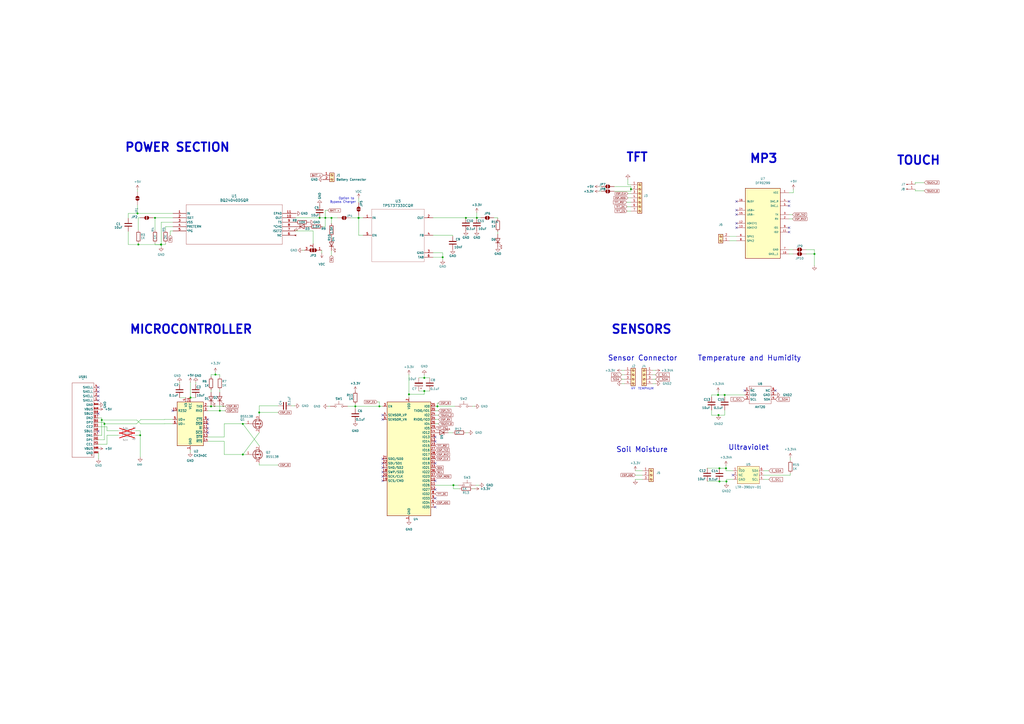
<source format=kicad_sch>
(kicad_sch (version 20250114) (generator "eeschema") (generator_version "9.0")
  (paper "A2")
  (text "Temperature and Humidity" (at 404.622 209.55 0) (effects (font (size 3 3) (thickness 0.375)) (justify left bottom)))
  (text "TOUCH" (at 519.938 96.012 0) (effects (font (size 5 5) (thickness 1) (bold yes)) (justify left bottom)))
  (text "SENSORS" (at 354.33 194.056 0) (effects (font (size 5 5) (thickness 1) (bold yes)) (justify left bottom)))
  (text "UV" (at 367.284 225.298 0) (effects (font (size 1.27 1.27))))
  (text "MICROCONTROLLER" (at 74.93 194.056 0) (effects (font (size 5 5) (thickness 1) (bold yes)) (justify left bottom)))
  (text "MP3" (at 434.594 94.996 0) (effects (font (size 5 5) (thickness 1) (bold yes)) (justify left bottom)))
  (text "TEMPHUM" (at 374.65 225.552 0) (effects (font (size 1.27 1.27))))
  (text "Sensor Connector" (at 352.552 209.55 0) (effects (font (size 3 3) (thickness 0.375)) (justify left bottom)))
  (text "Soil Moisture" (at 357.378 262.636 0) (effects (font (size 3 3) (thickness 0.375)) (justify left bottom)))
  (text "TFT" (at 362.966 94.234 0) (effects (font (size 5 5) (thickness 1) (bold yes)) (justify left bottom)))
  (text "POWER SECTION" (at 72.136 88.5008 0) (effects (font (size 5 5) (thickness 1) (bold yes)) (justify left bottom)))
  (text "Option to \nBypass Charger" (at 206.502 116.205 0) (effects (font (size 1.27 1.27)) (justify right)))
  (text "Ultraviolet" (at 422.402 261.366 0) (effects (font (size 3 3) (thickness 0.375)) (justify left bottom)))
  (junction (at 59.0143 243.6477))
  (junction (at 192.278 126.3982))
  (junction (at 93.472 141.8966))
  (junction (at 256.794 149.225))
  (junction (at 276.606 126.365))
  (junction (at 246.126 219.202))
  (junction (at 263.0179 281.432))
  (junction (at 253.746 235.712))
  (junction (at 416.814 240.792))
  (junction (at 208.026 126.365))
  (junction (at 80.264 141.8408))
  (junction (at 89.916 126.365))
  (junction (at 93.472 141.8345))
  (junction (at 421.132 271.653))
  (junction (at 60.5659 245.8816))
  (junction (at 220.091 235.712))
  (junction (at 185.42 126.365))
  (junction (at 122.428 235.712))
  (junction (at 206.121 235.712))
  (junction (at 140.843 263.652))
  (junction (at 188.722 126.365))
  (junction (at 421.386 279.273))
  (junction (at 417.322 279.273))
  (junction (at 472.44 147.32))
  (junction (at 140.843 245.872))
  (junction (at 79.756 123.825))
  (junction (at 366.014 109.728))
  (junction (at 417.322 271.653))
  (junction (at 208.026 126.3982))
  (junction (at 246.126 226.822))
  (junction (at 93.472 141.8408))
  (junction (at 150.368 239.268))
  (junction (at 270.256 126.365))
  (junction (at 110.49 230.632))
  (junction (at 124.968 217.297))
  (junction (at 416.56 229.108))
  (junction (at 81.3195 252.4746))
  (junction (at 420.37 229.108))
  (junction (at 127.508 238.252))
  (junction (at 237.236 228.727))
  (no_connect (at 120.523 245.872))
  (no_connect (at 252.476 253.492))
  (no_connect (at 221.996 278.892))
  (no_connect (at 457.708 116.84))
  (no_connect (at 221.996 271.272))
  (no_connect (at 457.708 134.62))
  (no_connect (at 425.196 275.59))
  (no_connect (at 427.228 124.46))
  (no_connect (at 252.476 256.032))
  (no_connect (at 252.476 268.732))
  (no_connect (at 221.996 266.192))
  (no_connect (at 432.054 226.568))
  (no_connect (at 252.476 283.972))
  (no_connect (at 252.476 278.892))
  (no_connect (at 252.476 294.132))
  (no_connect (at 427.228 129.54))
  (no_connect (at 120.523 248.412))
  (no_connect (at 221.996 268.732))
  (no_connect (at 57.0394 239.9102))
  (no_connect (at 449.834 226.568))
  (no_connect (at 57.0394 229.7502))
  (no_connect (at 427.228 132.08))
  (no_connect (at 457.708 119.38))
  (no_connect (at 120.523 250.952))
  (no_connect (at 221.996 273.812))
  (no_connect (at 57.0394 250.0702))
  (no_connect (at 57.0394 224.6702))
  (no_connect (at 457.708 132.08))
  (no_connect (at 221.996 240.792))
  (no_connect (at 252.476 289.052))
  (no_connect (at 427.228 116.84))
  (no_connect (at 57.0394 227.2102))
  (no_connect (at 427.228 121.92))
  (no_connect (at 221.996 243.332))
  (no_connect (at 221.996 276.352))
  (no_connect (at 100.203 238.252))
  (no_connect (at 120.523 243.332))
  (no_connect (at 57.0394 232.2902))
  (wire (pts (xy 195.8001 126.3982) (xy 192.278 126.3982)))
  (wire (pts (xy 57.15 266.192) (xy 57.15 262.7702)))
  (wire (pts (xy 425.196 278.13) (xy 421.386 278.13)))
  (wire (pts (xy 458.47 274.574) (xy 458.47 275.59)))
  (wire (pts (xy 460.248 111.76) (xy 457.708 111.76)))
  (wire (pts (xy 410.21 271.526) (xy 417.322 271.526)))
  (wire (pts (xy 188.722 122.047) (xy 188.722 126.365)))
  (wire (pts (xy 110.363 261.112) (xy 110.363 262.382)))
  (wire (pts (xy 276.606 126.365) (xy 278.892 126.365)))
  (wire (pts (xy 252.476 281.432) (xy 263.0179 281.432)))
  (wire (pts (xy 266.6132 283.5183) (xy 263.0179 283.5183)))
  (wire (pts (xy 192.278 126.3982) (xy 192.278 129.667)))
  (wire (pts (xy 421.132 271.653) (xy 421.132 273.05)))
  (wire (pts (xy 208.026 136.525) (xy 208.026 126.3982)))
  (wire (pts (xy 169.037 235.458) (xy 170.942 235.458)))
  (wire (pts (xy 276.606 123.317) (xy 276.606 126.365)))
  (wire (pts (xy 275.336 235.712) (xy 274.066 235.712)))
  (wire (pts (xy 60.5659 244.9902) (xy 57.0394 244.9902)))
  (wire (pts (xy 150.368 235.458) (xy 150.368 239.268)))
  (wire (pts (xy 251.206 136.525) (xy 262.636 136.525)))
  (wire (pts (xy 95.4266 243.3594) (xy 81.6653 243.3594)))
  (wire (pts (xy 96.012 141.097) (xy 96.012 141.8345)))
  (wire (pts (xy 368.554 278.384) (xy 368.554 278.13)))
  (wire (pts (xy 74.422 141.8408) (xy 80.264 141.8408)))
  (wire (pts (xy 62.063 257.6902) (xy 62.063 252.4746)))
  (wire (pts (xy 190.246 235.712) (xy 191.516 235.712)))
  (wire (pts (xy 150.368 250.952) (xy 140.843 263.652)))
  (wire (pts (xy 95.4266 245.872) (xy 95.4266 245.8994)))
  (wire (pts (xy 57.0394 255.1502) (xy 60.5659 255.1502)))
  (wire (pts (xy 220.091 233.172) (xy 220.091 235.712)))
  (wire (pts (xy 96.012 131.445) (xy 96.012 133.477)))
  (wire (pts (xy 256.794 149.225) (xy 256.794 150.749)))
  (wire (pts (xy 360.68 214.884) (xy 362.204 214.884)))
  (wire (pts (xy 356.362 108.204) (xy 366.014 108.204)))
  (wire (pts (xy 252.476 240.792) (xy 254.254 240.792)))
  (wire (pts (xy 417.322 279.146) (xy 417.322 279.273)))
  (wire (pts (xy 420.37 229.108) (xy 420.37 230.251)))
  (wire (pts (xy 171.45 126.365) (xy 185.42 126.365)))
  (wire (pts (xy 104.14 230.632) (xy 107.823 230.632)))
  (wire (pts (xy 218.821 233.172) (xy 220.091 233.172)))
  (wire (pts (xy 120.523 253.492) (xy 130.048 253.492)))
  (wire (pts (xy 81.3195 252.4746) (xy 81.3195 265.1746)) (stroke (width 0.1524)))
  (wire (pts (xy 95.4266 243.332) (xy 95.4266 243.3594)))
  (wire (pts (xy 467.614 144.78) (xy 472.44 144.78)))
  (wire (pts (xy 93.472 141.8966) (xy 93.472 143.129)))
  (wire (pts (xy 421.386 278.13) (xy 421.386 279.273)))
  (wire (pts (xy 208.026 126.365) (xy 210.566 126.365)))
  (wire (pts (xy 364.236 114.808) (xy 366.014 114.808)))
  (wire (pts (xy 113.538 230.632) (xy 110.49 230.632)))
  (wire (pts (xy 368.554 275.59) (xy 372.618 275.59)))
  (wire (pts (xy 368.554 273.05) (xy 372.618 273.05)))
  (wire (pts (xy 242.951 219.202) (xy 246.126 219.202)))
  (wire (pts (xy 472.44 147.32) (xy 472.44 154.178)))
  (wire (pts (xy 380.238 219.964) (xy 378.714 219.964)))
  (wire (pts (xy 263.0179 281.432) (xy 265.8689 281.432)))
  (wire (pts (xy 59.0175 243.6445) (xy 59.0143 243.6477)))
  (wire (pts (xy 252.476 245.872) (xy 254.254 245.872)))
  (wire (pts (xy 380.238 222.504) (xy 378.714 222.504)))
  (wire (pts (xy 246.126 228.727) (xy 237.236 228.727)))
  (wire (pts (xy 80.264 141.097) (xy 80.264 141.8408)))
  (wire (pts (xy 423.164 137.16) (xy 427.228 137.16)))
  (wire (pts (xy 186.69 145.161) (xy 186.69 146.939)))
  (wire (pts (xy 150.368 258.572) (xy 140.843 245.872)))
  (wire (pts (xy 530.86 110.744) (xy 530.86 109.728)))
  (wire (pts (xy 276.0289 281.432) (xy 277.9457 281.432)))
  (wire (pts (xy 246.126 217.297) (xy 246.126 219.202)))
  (wire (pts (xy 192.278 126.365) (xy 192.278 126.3982)))
  (wire (pts (xy 81.6653 243.3594) (xy 79.1314 245.8933)))
  (wire (pts (xy 60.5776 245.8933) (xy 60.5659 245.8816)))
  (wire (pts (xy 62.063 247.5302) (xy 62.063 249.9346)))
  (wire (pts (xy 122.428 226.187) (xy 122.428 227.457)))
  (wire (pts (xy 366.014 109.728) (xy 366.014 110.998)))
  (wire (pts (xy 432.054 229.108) (xy 420.37 229.108)))
  (wire (pts (xy 364.236 112.268) (xy 366.014 112.268)))
  (wire (pts (xy 98.806 133.985) (xy 100.33 133.985)))
  (wire (pts (xy 457.708 144.78) (xy 459.994 144.78)))
  (wire (pts (xy 208.026 126.3982) (xy 208.026 126.365)))
  (wire (pts (xy 120.523 238.252) (xy 127.508 238.252)))
  (wire (pts (xy 206.121 234.442) (xy 206.121 235.712)))
  (wire (pts (xy 93.472 128.905) (xy 93.472 141.8345)))
  (wire (pts (xy 62.063 252.4746) (xy 68.6195 252.4746)))
  (wire (pts (xy 89.916 126.365) (xy 89.916 133.477)))
  (wire (pts (xy 140.843 263.652) (xy 142.748 263.652)))
  (wire (pts (xy 98.806 136.525) (xy 98.806 133.985)))
  (wire (pts (xy 417.322 271.653) (xy 421.132 271.653)))
  (wire (pts (xy 130.048 263.652) (xy 140.843 263.652)))
  (wire (pts (xy 360.68 222.504) (xy 362.204 222.504)))
  (wire (pts (xy 127.508 226.187) (xy 127.508 227.457)))
  (wire (pts (xy 530.86 105.918) (xy 530.86 106.934)))
  (wire (pts (xy 251.206 146.685) (xy 256.794 146.685)))
  (wire (pts (xy 417.322 271.526) (xy 417.322 271.653)))
  (wire (pts (xy 78.7795 249.9346) (xy 81.3195 249.9346)) (stroke (width 0.1524)))
  (wire (pts (xy 206.121 235.712) (xy 220.091 235.712)))
  (wire (pts (xy 254.381 233.807) (xy 253.746 233.807)))
  (wire (pts (xy 150.368 269.748) (xy 161.417 269.748)))
  (wire (pts (xy 237.236 217.297) (xy 237.236 228.727)))
  (wire (pts (xy 81.6044 245.8994) (xy 79.3495 243.6445)))
  (wire (pts (xy 192.278 145.415) (xy 192.278 148.209)))
  (wire (pts (xy 286.512 126.365) (xy 288.798 126.365)))
  (wire (pts (xy 59.0143 242.4502) (xy 57.0394 242.4502)))
  (wire (pts (xy 380.238 217.424) (xy 378.714 217.424)))
  (wire (pts (xy 242.951 226.822) (xy 246.126 226.822)))
  (wire (pts (xy 206.121 235.712) (xy 206.121 236.982)))
  (wire (pts (xy 150.368 239.268) (xy 161.417 239.268)))
  (wire (pts (xy 446.024 278.13) (xy 442.976 278.13)))
  (wire (pts (xy 446.024 273.05) (xy 442.976 273.05)))
  (wire (pts (xy 253.746 235.712) (xy 252.476 235.712)))
  (wire (pts (xy 237.236 228.727) (xy 237.236 230.632)))
  (wire (pts (xy 122.428 218.567) (xy 122.428 217.297)))
  (wire (pts (xy 420.37 229.108) (xy 416.56 229.108)))
  (wire (pts (xy 188.722 126.365) (xy 192.278 126.365)))
  (wire (pts (xy 181.61 133.985) (xy 171.45 133.985)))
  (wire (pts (xy 457.708 147.32) (xy 459.994 147.32)))
  (wire (pts (xy 57.0394 257.6902) (xy 62.063 257.6902)))
  (wire (pts (xy 95.4266 245.8994) (xy 81.6044 245.8994)))
  (wire (pts (xy 130.048 245.872) (xy 140.843 245.872)))
  (wire (pts (xy 104.14 221.742) (xy 104.14 223.012)))
  (wire (pts (xy 288.798 126.365) (xy 288.798 126.873)))
  (wire (pts (xy 246.126 226.822) (xy 246.126 228.727)))
  (wire (pts (xy 81.3195 249.9346) (xy 81.3195 252.4746)) (stroke (width 0.1524)))
  (wire (pts (xy 457.708 124.46) (xy 459.74 124.46)))
  (wire (pts (xy 363.728 119.888) (xy 366.014 119.888)))
  (wire (pts (xy 262.636 136.525) (xy 262.636 137.033)))
  (wire (pts (xy 347.726 108.204) (xy 348.742 108.204)))
  (wire (pts (xy 380.238 214.884) (xy 378.714 214.884)))
  (wire (pts (xy 127.508 235.077) (xy 127.508 238.252)))
  (wire (pts (xy 89.916 141.8966) (xy 93.472 141.8966)))
  (wire (pts (xy 251.206 149.225) (xy 256.794 149.225)))
  (wire (pts (xy 363.474 117.348) (xy 366.014 117.348)))
  (wire (pts (xy 208.026 126.3982) (xy 203.4201 126.3982)))
  (wire (pts (xy 79.756 123.825) (xy 100.33 123.825)))
  (wire (pts (xy 150.368 239.268) (xy 150.368 240.792)))
  (wire (pts (xy 364.236 103.886) (xy 364.236 107.188)))
  (wire (pts (xy 57.0394 252.6102) (xy 59.0143 252.6102)))
  (wire (pts (xy 100.33 128.905) (xy 93.472 128.905)))
  (wire (pts (xy 122.428 235.077) (xy 122.428 235.712)))
  (wire (pts (xy 256.794 146.685) (xy 256.794 149.225)))
  (wire (pts (xy 270.256 126.365) (xy 276.606 126.365)))
  (wire (pts (xy 210.566 136.525) (xy 208.026 136.525)))
  (wire (pts (xy 190.246 122.047) (xy 188.722 122.047)))
  (wire (pts (xy 416.56 229.108) (xy 412.75 229.108)))
  (wire (pts (xy 74.422 123.825) (xy 79.756 123.825)))
  (wire (pts (xy 100.203 245.872) (xy 95.4266 245.872)))
  (wire (pts (xy 122.428 217.297) (xy 124.968 217.297)))
  (wire (pts (xy 93.472 141.8345) (xy 96.012 141.8345)))
  (wire (pts (xy 74.422 126.619) (xy 74.422 123.825)))
  (wire (pts (xy 100.33 126.365) (xy 89.916 126.365)))
  (wire (pts (xy 175.514 145.161) (xy 176.53 145.161)))
  (wire (pts (xy 467.614 147.32) (xy 472.44 147.32)))
  (wire (pts (xy 536.194 110.744) (xy 530.86 110.744)))
  (wire (pts (xy 79.1314 245.8933) (xy 60.5776 245.8933)))
  (wire (pts (xy 188.722 131.445) (xy 188.722 126.365)))
  (wire (pts (xy 60.5659 245.8816) (xy 60.5659 244.9902)))
  (wire (pts (xy 423.164 139.7) (xy 427.228 139.7)))
  (wire (pts (xy 110.49 230.632) (xy 110.363 230.632)))
  (wire (pts (xy 181.61 141.351) (xy 181.61 133.985)))
  (wire (pts (xy 260.096 250.952) (xy 262.636 250.952)))
  (wire (pts (xy 59.0143 243.6477) (xy 59.0143 252.6102)))
  (wire (pts (xy 122.428 235.712) (xy 130.683 235.712)))
  (wire (pts (xy 120.523 256.032) (xy 130.048 256.032)))
  (wire (pts (xy 130.048 256.032) (xy 130.048 263.652)))
  (wire (pts (xy 368.554 278.13) (xy 372.618 278.13)))
  (wire (pts (xy 93.472 141.8345) (xy 93.472 141.8408)))
  (wire (pts (xy 246.126 226.822) (xy 249.301 226.822)))
  (wire (pts (xy 187.198 131.445) (xy 188.722 131.445)))
  (wire (pts (xy 100.203 243.332) (xy 95.4266 243.332)))
  (wire (pts (xy 57.15 262.7702) (xy 57.0394 262.7702)))
  (wire (pts (xy 124.968 216.027) (xy 124.968 217.297)))
  (wire (pts (xy 364.236 107.188) (xy 366.014 107.188)))
  (wire (pts (xy 347.726 110.998) (xy 348.742 110.998)))
  (wire (pts (xy 79.756 118.872) (xy 79.756 123.825)))
  (wire (pts (xy 80.264 126.365) (xy 81.28 126.365)))
  (wire (pts (xy 246.126 219.202) (xy 249.301 219.202)))
  (wire (pts (xy 460.248 109.728) (xy 460.248 111.76)))
  (wire (pts (xy 253.746 233.807) (xy 253.746 235.712)))
  (wire (pts (xy 127.508 238.252) (xy 130.683 238.252)))
  (wire (pts (xy 536.194 105.918) (xy 530.86 105.918)))
  (wire (pts (xy 252.476 243.332) (xy 254.381 243.332)))
  (wire (pts (xy 100.33 131.445) (xy 96.012 131.445)))
  (wire (pts (xy 410.21 279.146) (xy 417.322 279.146)))
  (wire (pts (xy 360.68 217.424) (xy 362.204 217.424)))
  (wire (pts (xy 458.47 265.43) (xy 458.47 266.954)))
  (wire (pts (xy 412.75 240.792) (xy 416.814 240.792)))
  (wire (pts (xy 412.75 229.108) (xy 412.75 230.251)))
  (wire (pts (xy 208.026 114.935) (xy 208.026 117.475)))
  (wire (pts (xy 150.368 269.748) (xy 150.368 268.732)))
  (wire (pts (xy 274.2332 283.5183) (xy 275.2492 283.5183)))
  (wire (pts (xy 472.44 144.78) (xy 472.44 147.32)))
  (wire (pts (xy 220.091 235.712) (xy 221.996 235.712)))
  (wire (pts (xy 80.264 133.477) (xy 80.264 126.365)))
  (wire (pts (xy 93.472 141.8408) (xy 93.472 141.8966)))
  (wire (pts (xy 79.756 109.982) (xy 79.756 111.252)))
  (wire (pts (xy 263.0179 283.5183) (xy 263.0179 281.432)))
  (wire (pts (xy 161.417 235.458) (xy 150.368 235.458)))
  (wire (pts (xy 417.322 279.273) (xy 421.386 279.273)))
  (wire (pts (xy 192.278 137.795) (xy 192.278 137.287)))
  (wire (pts (xy 59.0143 242.4502) (xy 59.0143 243.6477)))
  (wire (pts (xy 179.07 131.445) (xy 179.578 131.445)))
  (wire (pts (xy 89.916 141.097) (xy 89.916 141.8966)))
  (wire (pts (xy 420.37 237.871) (xy 420.37 240.792)))
  (wire (pts (xy 420.37 240.792) (xy 416.814 240.792)))
  (wire (pts (xy 62.063 249.9346) (xy 68.6195 249.9346)))
  (wire (pts (xy 412.75 237.871) (xy 412.75 240.792)))
  (wire (pts (xy 79.3495 243.6445) (xy 59.0175 243.6445)))
  (wire (pts (xy 110.49 221.742) (xy 110.49 230.632)))
  (wire (pts (xy 113.538 223.012) (xy 113.538 221.742)))
  (wire (pts (xy 251.206 126.365) (xy 270.256 126.365)))
  (wire (pts (xy 356.362 110.998) (xy 366.014 110.998)))
  (wire (pts (xy 421.132 270.129) (xy 421.132 271.653)))
  (wire (pts (xy 201.676 235.712) (xy 206.121 235.712)))
  (wire (pts (xy 270.256 250.952) (xy 271.526 250.952)))
  (wire (pts (xy 80.264 141.8408) (xy 93.472 141.8408)))
  (wire (pts (xy 130.048 245.872) (xy 130.048 253.492)))
  (wire (pts (xy 120.523 235.712) (xy 122.428 235.712)))
  (wire (pts (xy 124.968 217.297) (xy 127.508 217.297)))
  (wire (pts (xy 252.476 238.252) (xy 254.381 238.252)))
  (wire (pts (xy 457.708 127) (xy 459.74 127)))
  (wire (pts (xy 288.798 134.493) (xy 288.798 135.763)))
  (wire (pts (xy 360.68 219.964) (xy 362.204 219.964)))
  (wire (pts (xy 57.0394 247.5302) (xy 62.063 247.5302)))
  (wire (pts (xy 421.386 279.273) (xy 421.386 280.289)))
  (wire (pts (xy 458.47 275.59) (xy 442.976 275.59)))
  (wire (pts (xy 60.5659 245.8816) (xy 60.5659 255.1502)))
  (wire (pts (xy 140.843 245.872) (xy 142.748 245.872)))
  (wire (pts (xy 127.508 217.297) (xy 127.508 218.567)))
  (wire (pts (xy 78.7795 252.4746) (xy 81.3195 252.4746)) (stroke (width 0.1524)))
  (wire (pts (xy 88.9 126.365) (xy 89.916 126.365)))
  (wire (pts (xy 263.906 235.712) (xy 253.746 235.712)))
  (wire (pts (xy 74.422 134.239) (xy 74.422 141.8408)))
  (wire (pts (xy 416.56 227.457) (xy 416.56 229.108)))
  (wire (pts (xy 366.014 108.204) (xy 366.014 109.728)))
  (wire (pts (xy 208.026 125.095) (xy 208.026 126.365)))
  (wire (pts (xy 363.728 122.428) (xy 366.014 122.428)))
  (wire (pts (xy 185.42 126.365) (xy 188.722 126.365)))
  (wire (pts (xy 425.196 273.05) (xy 421.132 273.05)))
  (global_label "ESP_RX2" (shape input) (at 459.74 127 0) (effects (font (size 1 1))) (property "Intersheetrefs" "${INTERSHEET_REFS}" (effects (hide yes))))
  (global_label "E_SDA" (shape input) (at 380.238 219.964 0) (property "Intersheetrefs" "${INTERSHEET_REFS}" (effects (hide yes))))
  (global_label "ESP_CLK" (shape input) (at 252.476 266.192 0) (effects (font (size 1 1))) (property "Intersheetrefs" "${INTERSHEET_REFS}" (effects (hide yes))))
  (global_label "SDA" (shape input) (at 360.68 219.964 180) (property "Intersheetrefs" "${INTERSHEET_REFS}" (effects (hide yes))))
  (global_label "ESP_CLK" (shape input) (at 364.236 112.268 180) (effects (font (size 0.9 0.9))) (property "Intersheetrefs" "${INTERSHEET_REFS}" (effects (hide yes))))
  (global_label "TFT_DC" (shape input) (at 363.728 119.888 180) (effects (font (size 1 1))) (property "Intersheetrefs" "${INTERSHEET_REFS}" (effects (hide yes))))
  (global_label "TOUCH_0" (shape input) (at 254.254 245.872 0) (effects (font (size 1 1))) (property "Intersheetrefs" "${INTERSHEET_REFS}" (effects (hide yes))))
  (global_label "E_SDA" (shape input) (at 446.024 273.05 0) (property "Intersheetrefs" "${INTERSHEET_REFS}" (effects (hide yes))))
  (global_label "ESP_RX" (shape input) (at 130.683 235.712 0) (effects (font (size 1 1))) (property "Intersheetrefs" "${INTERSHEET_REFS}" (effects (hide yes))))
  (global_label "E_SCL" (shape input) (at 432.054 231.648 180) (property "Intersheetrefs" "${INTERSHEET_REFS}" (effects (hide yes))))
  (global_label "SDA" (shape input) (at 252.476 271.272 0) (effects (font (size 1 1))) (property "Intersheetrefs" "${INTERSHEET_REFS}" (effects (hide yes))))
  (global_label "TOUCH_0" (shape input) (at 536.194 110.744 0) (effects (font (size 1 1))) (property "Intersheetrefs" "${INTERSHEET_REFS}" (effects (hide yes))))
  (global_label "ESP_MOSI" (shape input) (at 252.476 276.352 0) (effects (font (size 1 1))) (property "Intersheetrefs" "${INTERSHEET_REFS}" (effects (hide yes))))
  (global_label "ESP_EN" (shape input) (at 161.417 239.268 0) (effects (font (size 1 1))) (property "Intersheetrefs" "${INTERSHEET_REFS}" (effects (hide yes))))
  (global_label "TFT_CS" (shape input) (at 252.476 248.412 0) (effects (font (size 1 1))) (property "Intersheetrefs" "${INTERSHEET_REFS}" (effects (hide yes))))
  (global_label "TOUCH_2" (shape input) (at 254.254 240.792 0) (effects (font (size 1 1))) (property "Intersheetrefs" "${INTERSHEET_REFS}" (effects (hide yes))))
  (global_label "ESP_RX2" (shape input) (at 252.476 263.652 0) (effects (font (size 1 1))) (property "Intersheetrefs" "${INTERSHEET_REFS}" (effects (hide yes))))
  (global_label "PG" (shape input) (at 192.278 148.209 270) (effects (font (size 1 1))) (property "Intersheetrefs" "${INTERSHEET_REFS}" (effects (hide yes))))
  (global_label "TFT_RST" (shape input) (at 363.474 117.348 180) (effects (font (size 1 1))) (property "Intersheetrefs" "${INTERSHEET_REFS}" (effects (hide yes))))
  (global_label "E_SCL" (shape input) (at 380.238 217.424 0) (property "Intersheetrefs" "${INTERSHEET_REFS}" (effects (hide yes))))
  (global_label "ESP_ADC" (shape input) (at 368.554 275.59 180) (effects (font (size 1 1))) (property "Intersheetrefs" "${INTERSHEET_REFS}" (effects (hide yes))))
  (global_label "ESP_RX" (shape input) (at 254.381 243.332 0) (effects (font (size 1 1))) (property "Intersheetrefs" "${INTERSHEET_REFS}" (effects (hide yes))))
  (global_label "ESP_TX" (shape input) (at 254.381 238.252 0) (effects (font (size 1 1))) (property "Intersheetrefs" "${INTERSHEET_REFS}" (effects (hide yes))))
  (global_label "SCL" (shape input) (at 360.68 217.424 180) (property "Intersheetrefs" "${INTERSHEET_REFS}" (effects (hide yes))))
  (global_label "PG" (shape input) (at 98.806 136.525 270) (effects (font (size 1 1))) (property "Intersheetrefs" "${INTERSHEET_REFS}" (effects (hide yes))))
  (global_label "ESP_TX" (shape input) (at 130.683 238.252 0) (effects (font (size 1 1))) (property "Intersheetrefs" "${INTERSHEET_REFS}" (effects (hide yes))))
  (global_label "ESP_MOSI" (shape input) (at 364.236 114.808 180) (effects (font (size 0.9 0.9))) (property "Intersheetrefs" "${INTERSHEET_REFS}" (effects (hide yes))))
  (global_label "BATT +" (shape input) (at 190.246 122.047 0) (effects (font (size 1 1))) (property "Intersheetrefs" "${INTERSHEET_REFS}" (effects (hide yes))))
  (global_label "ESP_I0" (shape input) (at 161.417 269.748 0) (effects (font (size 1 1))) (property "Intersheetrefs" "${INTERSHEET_REFS}" (effects (hide yes))))
  (global_label "E_SDA" (shape input) (at 449.834 231.648 0) (property "Intersheetrefs" "${INTERSHEET_REFS}" (effects (hide yes))))
  (global_label "E_SCL" (shape input) (at 446.024 278.13 0) (property "Intersheetrefs" "${INTERSHEET_REFS}" (effects (hide yes))))
  (global_label "ESP_EN" (shape input) (at 218.821 233.172 180) (effects (font (size 1 1))) (property "Intersheetrefs" "${INTERSHEET_REFS}" (effects (hide yes))))
  (global_label "ESP_TX2" (shape input) (at 459.74 124.46 0) (effects (font (size 1 1))) (property "Intersheetrefs" "${INTERSHEET_REFS}" (effects (hide yes))))
  (global_label "ESP_I0" (shape input) (at 254.381 233.807 0) (effects (font (size 1 1))) (property "Intersheetrefs" "${INTERSHEET_REFS}" (effects (hide yes))))
  (global_label "SCL" (shape input) (at 252.476 273.812 0) (effects (font (size 1 1))) (property "Intersheetrefs" "${INTERSHEET_REFS}" (effects (hide yes))))
  (global_label "TOUCH_2" (shape input) (at 536.194 105.918 0) (effects (font (size 1 1))) (property "Intersheetrefs" "${INTERSHEET_REFS}" (effects (hide yes))))
  (global_label "TFT_DC" (shape input) (at 252.476 286.512 0) (effects (font (size 1 1))) (property "Intersheetrefs" "${INTERSHEET_REFS}" (effects (hide yes))))
  (global_label "TFT_CS" (shape input) (at 363.728 122.428 180) (effects (font (size 1 1))) (property "Intersheetrefs" "${INTERSHEET_REFS}" (effects (hide yes))))
  (global_label "BATT +" (shape input) (at 187.452 101.6 180) (effects (font (size 1 1))) (property "Intersheetrefs" "${INTERSHEET_REFS}" (effects (hide yes))))
  (global_label "ESP_ADC" (shape input) (at 252.476 291.592 0) (effects (font (size 1 1))) (property "Intersheetrefs" "${INTERSHEET_REFS}" (effects (hide yes))))
  (global_label "ESP_TX2" (shape input) (at 252.476 261.112 0) (effects (font (size 1 1))) (property "Intersheetrefs" "${INTERSHEET_REFS}" (effects (hide yes))))
  (global_label "TFT_RST" (shape input) (at 252.476 258.572 0) (effects (font (size 1 1))) (property "Intersheetrefs" "${INTERSHEET_REFS}" (effects (hide yes))))
  (symbol (lib_id "Device:R") (at 89.916 137.287 0) (unit 1)
    (property "Reference" "R4" (at 88.646 134.493 90) (effects (justify left)))
    (property "Value" "1K" (at 89.916 138.811 90) (effects (justify left)))
    (property "Footprint" "Resistor_SMD:R_0603_1608Metric_Pad0.98x0.95mm_HandSolder" (effects (hide yes)))
    (property "Description" "Resistor" (effects (hide yes)))
    (property "LCSC" "C21190" (effects (hide yes)))
  )
  (symbol (lib_id "Device:C") (at 270.256 130.175 180) (unit 1)
    (property "Reference" "C10" (at 274.574 128.143 0) (effects (justify left)))
    (property "Value" "0.1uF" (at 275.971 132.715 0) (effects (justify left)))
    (property "Footprint" "Capacitor_SMD:C_0805_2012Metric_Pad1.18x1.45mm_HandSolder" (effects (hide yes)))
    (property "LCSC" "C49678" (effects (hide yes)))
  )
  (symbol (lib_id "Project_Symbols:AHT20_C2757850") (at 440.944 229.108 0) (unit 1)
    (property "Reference" "U6" (at 440.944 222.631 0))
    (property "Value" "AHT20" (at 440.944 236.093 0))
    (property "Footprint" "tanimoji:SENSOR-SMD_L3.0-W3.0-P1.00-BR" (effects (hide yes)))
    (property "Datasheet" "https://item.szlcsc.com/datasheet/AHT20/2874650.html" (effects (hide yes)))
    (property "Manufacturer Part" "AHT20" (effects (hide yes)))
    (property "Manufacturer" "广州奥松" (effects (hide yes)))
    (property "Supplier Part" "C2757850" (effects (hide yes)))
    (property "Supplier" "LCSC" (effects (hide yes)))
    (property "LCSC Part Name" "AHT20" (effects (hide yes)))
    (property "LCSC" "C2757850" (effects (hide yes)))
  )
  (symbol (lib_id "power:GND") (at 271.526 250.952 90) (unit 1)
    (property "Reference" "#PWR029" (effects (hide yes)))
    (property "Value" "GND" (at 275.59 250.9519 90) (effects (justify right)))
    (property "Description" "Power symbol creates a global label with name \"GND\" , ground" (effects (hide yes)))
  )
  (symbol (lib_id "power:+3.3VA") (at 421.132 270.129 0) (unit 1)
    (property "Reference" "#PWR047" (effects (hide yes)))
    (property "Value" "+3.3VA" (at 421.132 265.303 0))
    (property "Description" "Power symbol creates a global label with name \"+3.3VA\"" (effects (hide yes)))
  )
  (symbol (lib_id "power:GND") (at 360.68 222.504 270) (unit 1)
    (property "Reference" "#PWR039" (effects (hide yes)))
    (property "Value" "GND" (effects (hide yes)))
    (property "Description" "Power symbol creates a global label with name \"GND\" , ground" (effects (hide yes)))
  )
  (symbol (lib_id "Jumper:SolderJumper_2_Open") (at 282.702 126.365 0) (unit 1)
    (property "Reference" "JP6" (at 282.702 123.825 0))
    (property "Value" "SolderJumper_2_Open" (effects (hide yes)))
    (property "Footprint" "Jumper:SolderJumper-2_P1.3mm_Open_RoundedPad1.0x1.5mm" (effects (hide yes)))
    (property "Description" "Solder Jumper, 2-pole, open" (effects (hide yes)))
  )
  (symbol (lib_name "+5V_1") (lib_id "power:+5V") (at 460.248 109.728 0) (unit 1)
    (property "Reference" "#PWR051" (effects (hide yes)))
    (property "Value" "+5V" (at 460.248 105.156 0))
    (property "Description" "Power symbol creates a global label with name \"+5V\"" (effects (hide yes)))
  )
  (symbol (lib_id "power:VDC") (at 208.026 114.935 0) (unit 1)
    (property "Reference" "#PWR022" (effects (hide yes)))
    (property "Value" "VDC" (at 208.026 111.125 0))
    (property "Description" "Power symbol creates a global label with name \"VDC\"" (effects (hide yes)))
  )
  (symbol (lib_id "tanimoji:LTR-390UV-01") (at 434.086 275.59 0) (unit 1)
    (property "Reference" "U5" (at 434.086 269.367 0))
    (property "Value" "LTR-390UV-01" (at 434.086 282.575 0))
    (property "Footprint" "tanimoji:SENSOR-SMD_LTR-390UV-01" (effects (hide yes)))
    (property "Datasheet" "https://lcsc.com/product-detail/Ambient-Light-Sensors_Lite-On-LTR-390UV-01_C492374.html" (effects (hide yes)))
    (property "LCSC Part" "C492374" (effects (hide yes)))
    (property "LCSC" "C492374" (effects (hide yes)))
  )
  (symbol (lib_id "power:GND") (at 175.514 145.161 270) (unit 1)
    (property "Reference" "#PWR014" (effects (hide yes)))
    (property "Value" "GND" (at 172.466 145.161 90) (effects (justify right)))
    (property "Description" "Power symbol creates a global label with name \"GND\" , ground" (effects (hide yes)))
  )
  (symbol (lib_id "Switch:SW_Push") (at 268.986 235.712 0) (unit 1)
    (property "Reference" "SW2" (at 268.986 231.267 0))
    (property "Value" "SW_Push" (effects (hide yes)))
    (property "Footprint" "Button_Switch_SMD:SW_Tactile_SPST_NO_Straight_CK_PTS636Sx25SMTRLFS" (effects (hide yes)))
    (property "LCSC" "C2689642" (effects (hide yes)))
  )
  (symbol (lib_id "Device:C") (at 113.538 226.822 180) (unit 1)
    (property "Reference" "C3" (at 116.586 224.536 0) (effects (justify left)))
    (property "Value" "10uF" (at 118.872 229.362 0) (effects (justify left)))
    (property "Footprint" "Capacitor_SMD:C_0805_2012Metric_Pad1.18x1.45mm_HandSolder" (effects (hide yes)))
    (property "LCSC" "C15850" (effects (hide yes)))
  )
  (symbol (lib_id "Device:C") (at 185.42 122.555 0) (unit 1)
    (property "Reference" "C5" (at 182.372 120.523 0) (effects (justify left)))
    (property "Value" "10uF" (at 180.34 124.841 0) (effects (justify left)))
    (property "Footprint" "Capacitor_SMD:C_0805_2012Metric_Pad1.18x1.45mm_HandSolder" (effects (hide yes)))
    (property "Description" "Unpolarized capacitor" (effects (hide yes)))
    (property "LCSC" "C15850" (effects (hide yes)))
  )
  (symbol (lib_id "Device:R") (at 175.26 128.905 90) (unit 1)
    (property "Reference" "R8" (at 170.942 127.889 90))
    (property "Value" "10K" (at 175.26 128.905 90))
    (property "Footprint" "Resistor_SMD:R_0603_1608Metric_Pad0.98x0.95mm_HandSolder" (effects (hide yes)))
    (property "Description" "Resistor" (effects (hide yes)))
    (property "LCSC" "C25804" (effects (hide yes)))
  )
  (symbol (lib_id "Switch:SW_Push") (at 270.9489 281.432 0) (unit 1)
    (property "Reference" "SW3" (at 270.9489 276.987 0))
    (property "Value" "SW_Push" (effects (hide yes)))
    (property "Footprint" "Button_Switch_THT:SW_PUSH_6mm_H9.5mm" (effects (hide yes)))
    (property "LCSC" "C2689642" (effects (hide yes)))
  )
  (symbol (lib_id "power:GND") (at 206.121 244.602 0) (unit 1)
    (property "Reference" "#PWR021" (effects (hide yes)))
    (property "Value" "GND" (at 206.121 249.936 0))
    (property "Description" "Power symbol creates a global label with name \"GND\" , ground" (effects (hide yes)))
  )
  (symbol (lib_id "2024-09-10_13-19-56:BQ24040DSQR") (at 100.33 123.825 0) (unit 1)
    (property "Reference" "U1" (at 135.89 113.665 0) (effects (font (size 1.524 1.524))))
    (property "Value" "BQ24040DSQR" (at 135.89 116.205 0) (effects (font (size 1.524 1.524))))
    (property "Footprint" "tanimoji:WSON-10_L2.0-W2.0-P0.40-BL-EP" (effects (hide yes)))
    (property "Datasheet" "BQ24040DSQR" (effects (hide yes)))
    (property "LCSC" "C81080" (effects (hide yes)))
  )
  (symbol (lib_id "Device:C") (at 104.14 226.822 180) (unit 1)
    (property "Reference" "C2" (at 103.632 223.266 0) (effects (justify left)))
    (property "Value" "0.1uF" (at 103.505 229.362 0) (effects (justify left)))
    (property "Footprint" "Capacitor_SMD:C_0805_2012Metric_Pad1.18x1.45mm_HandSolder" (effects (hide yes)))
    (property "LCSC" "C49678" (effects (hide yes)))
  )
  (symbol (lib_id "power:GND") (at 237.236 301.752 0) (unit 1)
    (property "Reference" "#PWR024" (effects (hide yes)))
    (property "Value" "GND" (at 237.236 307.086 0))
    (property "Description" "Power symbol creates a global label with name \"GND\" , ground" (effects (hide yes)))
  )
  (symbol (lib_id "Connector:Screw_Terminal_01x02") (at 418.084 139.7 180) (unit 1)
    (property "Reference" "J6" (at 418.084 130.302 0))
    (property "Value" "Screw_Terminal_01x02" (effects (hide yes)))
    (property "Footprint" "Connector_JST:JST_XH_B2B-XH-AM_1x02_P2.50mm_Vertical" (effects (hide yes)))
    (property "Description" "Generic screw terminal, single row, 01x02, script generated (kicad-library-utils/schlib/autogen/connector/)" (effects (hide yes)))
  )
  (symbol (lib_id "Jumper:SolderJumper_3_Open") (at 181.61 145.161 180) (unit 1)
    (property "Reference" "JP3" (at 181.61 148.209 0))
    (property "Value" "SolderJumper_3_Open" (effects (hide yes)))
    (property "Footprint" "Jumper:SolderJumper-3_P1.3mm_Open_RoundedPad1.0x1.5mm" (effects (hide yes)))
    (property "Description" "Solder Jumper, 3-pole, open" (effects (hide yes)))
  )
  (symbol (lib_id "picoclick_c3_v1.1-eagle-import:R0402") (at 73.6995 252.4746 0) (unit 1) (dnp yes)
    (property "Reference" "R2" (at 76.722 255.2394 0) (effects (font (size 0.9 0.9)) (justify left bottom)))
    (property "Value" "5.1k" (at 71.238 255.679 0) (effects (font (size 0.9 0.9)) (justify left bottom)))
    (property "Footprint" "Resistor_SMD:R_0603_1608Metric_Pad0.98x0.95mm_HandSolder" (effects (hide yes)))
    (property "LCSC" "C103079" (effects (hide yes)))
  )
  (symbol (lib_id "Device:LED") (at 127.508 231.267 90) (unit 1)
    (property "Reference" "D2" (at 123.698 230.632 90) (effects (justify right)))
    (property "Value" "LED" (effects (hide yes)))
    (property "Footprint" "LED_SMD:LED_0805_2012Metric_Pad1.15x1.40mm_HandSolder" (effects (hide yes)))
    (property "LCSC" "C2297" (effects (hide yes)))
  )
  (symbol (lib_id "Device:LED") (at 175.26 131.445 0) (unit 1)
    (property "Reference" "D3" (at 178.308 132.715 0))
    (property "Value" "CHG" (effects (hide yes)))
    (property "Footprint" "LED_SMD:LED_0805_2012Metric_Pad1.15x1.40mm_HandSolder" (effects (hide yes)))
    (property "Description" "Light emitting diode" (effects (hide yes)))
    (property "LCSC" "C2286" (effects (hide yes)))
  )
  (symbol (lib_id "power:GND2") (at 416.814 240.792 0) (unit 1)
    (property "Reference" "#PWR046" (effects (hide yes)))
    (property "Value" "GND2" (at 416.814 245.872 0))
    (property "Description" "Power symbol creates a global label with name \"GND2\" , ground" (effects (hide yes)))
  )
  (symbol (lib_id "Jumper:SolderJumper_2_Open") (at 352.552 108.204 0) (unit 1)
    (property "Reference" "JP7" (at 349.504 106.934 0))
    (property "Value" "SolderJumper_2_Open" (effects (hide yes)))
    (property "Footprint" "Jumper:SolderJumper-2_P1.3mm_Open_RoundedPad1.0x1.5mm" (effects (hide yes)))
    (property "Description" "Solder Jumper, 2-pole, open" (effects (hide yes)))
  )
  (symbol (lib_id "Device:C") (at 249.301 223.012 180) (unit 1)
    (property "Reference" "C8" (at 252.476 220.472 0) (effects (justify left)))
    (property "Value" "0.1uF" (at 255.016 225.552 0) (effects (justify left)))
    (property "Footprint" "Capacitor_SMD:C_0805_2012Metric_Pad1.18x1.45mm_HandSolder" (effects (hide yes)))
    (property "LCSC" "C49678" (effects (hide yes)))
  )
  (symbol (lib_name "+5V_1") (lib_id "power:+5V") (at 79.756 109.982 0) (unit 1)
    (property "Reference" "#PWR05" (effects (hide yes)))
    (property "Value" "+5V" (at 79.756 105.41 0))
    (property "Description" "Power symbol creates a global label with name \"+5V\"" (effects (hide yes)))
  )
  (symbol (lib_id "power:GND") (at 57.15 266.192 0) (unit 1)
    (property "Reference" "#PWR04" (effects (hide yes)))
    (property "Value" "GND" (at 57.15 270.002 0))
    (property "Description" "Power symbol creates a global label with name \"GND\" , ground" (effects (hide yes)))
  )
  (symbol (lib_id "power:GND") (at 364.236 103.886 180) (unit 1)
    (property "Reference" "#PWR040" (effects (hide yes)))
    (property "Value" "GND" (effects (hide yes)))
    (property "Description" "Power symbol creates a global label with name \"GND\" , ground" (effects (hide yes)))
  )
  (symbol (lib_id "power:GND2") (at 421.386 280.289 0) (unit 1)
    (property "Reference" "#PWR048" (effects (hide yes)))
    (property "Value" "GND2" (at 421.386 284.861 0))
    (property "Description" "Power symbol creates a global label with name \"GND2\" , ground" (effects (hide yes)))
  )
  (symbol (lib_id "power:GND") (at 276.606 133.985 0) (unit 1)
    (property "Reference" "#PWR033" (effects (hide yes)))
    (property "Value" "GND" (at 276.606 137.795 0))
    (property "Description" "Power symbol creates a global label with name \"GND\" , ground" (effects (hide yes)))
  )
  (symbol (lib_id "power:GND") (at 170.942 235.458 90) (unit 1)
    (property "Reference" "#PWR012" (effects (hide yes)))
    (property "Value" "GND" (at 175.006 235.4579 90) (effects (justify right)))
    (property "Description" "Power symbol creates a global label with name \"GND\" , ground" (effects (hide yes)))
  )
  (symbol (lib_id "Device:LED") (at 192.278 141.605 90) (unit 1)
    (property "Reference" "D4" (at 193.294 138.811 0))
    (property "Value" "PGOOD" (effects (hide yes)))
    (property "Footprint" "LED_SMD:LED_0805_2012Metric_Pad1.15x1.40mm_HandSolder" (effects (hide yes)))
    (property "Description" "Light emitting diode" (effects (hide yes)))
    (property "LCSC" "C2297" (effects (hide yes)))
  )
  (symbol (lib_id "Device:C") (at 417.322 275.463 180) (unit 1)
    (property "Reference" "C14" (at 416.56 273.177 0) (effects (justify left)))
    (property "Value" "0.1uF" (at 416.56 278.003 0) (effects (justify left)))
    (property "Footprint" "Capacitor_SMD:C_0805_2012Metric_Pad1.18x1.45mm_HandSolder" (effects (hide yes)))
    (property "LCSC" "C49678" (effects (hide yes)))
  )
  (symbol (lib_id "Connector:Screw_Terminal_01x07") (at 371.094 114.808 0) (unit 1)
    (property "Reference" "J3" (at 373.38 113.5379 0) (effects (justify left)))
    (property "Value" "Screw_Terminal_01x07" (effects (hide yes)))
    (property "Footprint" "Connector_JST:JST_XH_B7B-XH-AM_1x07_P2.50mm_Vertical" (effects (hide yes)))
    (property "Description" "Generic screw terminal, single row, 01x07, script generated (kicad-library-utils/schlib/autogen/connector/)" (effects (hide yes)))
  )
  (symbol (lib_id "Device:R") (at 192.278 133.477 180) (unit 1)
    (property "Reference" "R10" (at 191.008 137.795 90))
    (property "Value" "1.5K" (at 192.278 133.477 90))
    (property "Footprint" "Resistor_SMD:R_0603_1608Metric_Pad0.98x0.95mm_HandSolder" (effects (hide yes)))
    (property "Description" "Resistor" (effects (hide yes)))
    (property "LCSC" "C22843" (effects (hide yes)))
  )
  (symbol (lib_id "Connector:Conn_01x01_Pin") (at 525.78 109.728 0) (unit 1)
    (property "Reference" "J8" (at 523.748 109.728 0))
    (property "Value" "Conn_01x01_Pin" (effects (hide yes)))
    (property "Footprint" "TestPoint:TestPoint_Loop_D2.54mm_Drill1.5mm_Beaded" (effects (hide yes)))
    (property "Description" "Generic connector, single row, 01x01, script generated" (effects (hide yes)))
  )
  (symbol (lib_id "Interface_USB:CH340C") (at 110.363 245.872 0) (unit 1)
    (property "Reference" "U2" (at 112.3824 261.747 0) (effects (justify left)))
    (property "Value" "CH340C" (at 112.3824 264.287 0) (effects (justify left)))
    (property "Footprint" "Package_SO:SOP-16_3.9x9.9mm_P1.27mm" (effects (hide yes)))
    (property "Datasheet" "https://datasheet.lcsc.com/szlcsc/Jiangsu-Qin-Heng-CH340C_C84681.pdf" (effects (hide yes)))
    (property "LCSC" "C84681" (effects (hide yes)))
  )
  (symbol (lib_id "Transistor_FET:BSS138") (at 147.828 263.652 0) (mirror x) (unit 1)
    (property "Reference" "Q2" (at 154.178 262.3819 0) (effects (justify left)))
    (property "Value" "BSS138" (at 154.178 264.9219 0) (effects (justify left)))
    (property "Footprint" "Package_TO_SOT_SMD:SOT-23" (effects (hide yes)))
    (property "Datasheet" "https://www.onsemi.com/pub/Collateral/BSS138-D.PDF" (effects (hide yes)))
    (property "LCSC" "C426569" (effects (hide yes)))
  )
  (symbol (lib_id "power:+3.3V") (at 124.968 216.027 0) (unit 1)
    (property "Reference" "#PWR011" (effects (hide yes)))
    (property "Value" "+3.3V" (at 124.968 210.693 0))
    (property "Description" "Power symbol creates a global label with name \"+3.3V\"" (effects (hide yes)))
  )
  (symbol (lib_id "power:GND") (at 187.452 104.14 270) (unit 1)
    (property "Reference" "#PWR018" (effects (hide yes)))
    (property "Value" "GND" (at 182.372 104.14 90))
    (property "Description" "Power symbol creates a global label with name \"GND\" , ground" (effects (hide yes)))
  )
  (symbol (lib_id "Device:R") (at 183.388 131.445 270) (unit 1)
    (property "Reference" "R9" (at 187.706 132.715 90))
    (property "Value" "1.5K" (at 183.388 131.445 90))
    (property "Footprint" "Resistor_SMD:R_0603_1608Metric_Pad0.98x0.95mm_HandSolder" (effects (hide yes)))
    (property "Description" "Resistor" (effects (hide yes)))
    (property "LCSC" "C22843" (effects (hide yes)))
  )
  (symbol (lib_id "power:+3.3V") (at 347.726 110.998 90) (unit 1)
    (property "Reference" "#PWR037" (effects (hide yes)))
    (property "Value" "+3.3V" (at 344.424 110.9979 90) (effects (justify left)))
  )
  (symbol (lib_id "power:+3.3V") (at 360.68 214.884 90) (unit 1)
    (property "Reference" "#PWR038" (effects (hide yes)))
    (property "Value" "+3.3V" (at 356.87 214.8839 90) (effects (justify left)))
  )
  (symbol (lib_id "power:+3.3V") (at 275.2492 283.5183 270) (unit 1)
    (property "Reference" "#PWR030" (effects (hide yes)))
    (property "Value" "+3.3V" (at 278.5512 283.5182 90) (effects (justify left)))
  )
  (symbol (lib_id "DFR0299:DFR0299") (at 442.468 127 0) (unit 1)
    (property "Reference" "U7" (at 442.468 103.632 0))
    (property "Value" "DFR0299" (at 442.468 106.172 0))
    (property "Footprint" "tanimoji:MODULE_DFR0299" (effects (hide yes)))
    (property "MF" "DFRobot" (effects (hide yes)))
    (property "DESCRIPTION" "Dfplayer - a Mini Mp3 Player" (effects (hide yes)))
    (property "PACKAGE" "None" (effects (hide yes)))
    (property "PRICE" "None" (effects (hide yes)))
    (property "MP" "DFR0299" (effects (hide yes)))
    (property "AVAILABILITY" "Unavailable" (effects (hide yes)))
  )
  (symbol (lib_id "Transistor_FET:BSS138") (at 147.828 245.872 0) (unit 1)
    (property "Reference" "Q1" (at 139.319 243.332 0) (effects (justify left)))
    (property "Value" "BSS138" (at 139.319 241.554 0) (effects (justify left)))
    (property "Footprint" "Package_TO_SOT_SMD:SOT-23" (effects (hide yes)))
    (property "Datasheet" "https://www.onsemi.com/pub/Collateral/BSS138-D.PDF" (effects (hide yes)))
    (property "LCSC" "C426569" (effects (hide yes)))
  )
  (symbol (lib_id "power:GND") (at 57.0394 234.8302 90) (unit 1)
    (property "Reference" "#PWR01" (effects (hide yes)))
    (property "Value" "GND" (at 60.8494 234.8302 0))
    (property "Description" "Power symbol creates a global label with name \"GND\" , ground" (effects (hide yes)))
  )
  (symbol (lib_id "power:GND") (at 246.126 217.297 180) (unit 1)
    (property "Reference" "#PWR025" (effects (hide yes)))
    (property "Value" "GND" (at 246.126 212.471 0))
    (property "Description" "Power symbol creates a global label with name \"GND\" , ground" (effects (hide yes)))
  )
  (symbol (lib_id "power:GND") (at 368.554 278.384 0) (unit 1)
    (property "Reference" "#PWR042" (effects (hide yes)))
    (property "Value" "GND" (effects (hide yes)))
    (property "Description" "Power symbol creates a global label with name \"GND\" , ground" (effects (hide yes)))
  )
  (symbol (lib_id "Connector:Conn_01x01_Pin") (at 525.78 106.934 0) (unit 1)
    (property "Reference" "J7" (at 524.002 106.934 0))
    (property "Value" "Conn_01x01_Pin" (effects (hide yes)))
    (property "Footprint" "TestPoint:TestPoint_Loop_D2.54mm_Drill1.5mm_Beaded" (effects (hide yes)))
    (property "Description" "Generic connector, single row, 01x01, script generated" (effects (hide yes)))
  )
  (symbol (lib_id "power:GND") (at 270.256 133.985 0) (unit 1)
    (property "Reference" "#PWR028" (effects (hide yes)))
    (property "Value" "GND" (at 270.256 137.795 0))
    (property "Description" "Power symbol creates a global label with name \"GND\" , ground" (effects (hide yes)))
  )
  (symbol (lib_id "power:GND") (at 104.14 221.742 180) (unit 1)
    (property "Reference" "#PWR07" (effects (hide yes)))
    (property "Value" "GND" (at 102.87 217.932 0))
    (property "Description" "Power symbol creates a global label with name \"GND\" , ground" (effects (hide yes)))
  )
  (symbol (lib_id "power:GND") (at 275.336 235.712 90) (unit 1)
    (property "Reference" "#PWR031" (effects (hide yes)))
    (property "Value" "GND" (at 278.892 235.7119 90) (effects (justify right)))
    (property "Description" "Power symbol creates a global label with name \"GND\" , ground" (effects (hide yes)))
  )
  (symbol (lib_id "power:GND") (at 81.3195 265.1746 0) (unit 1)
    (property "Reference" "#GND01" (effects (hide yes)))
    (property "Value" "GND" (at 79.5209 270.0259 0) (effects (font (size 0.9 0.9)) (justify left bottom)))
  )
  (symbol (lib_id "Jumper:SolderJumper_2_Open") (at 463.804 147.32 0) (unit 1)
    (property "Reference" "JP10" (at 463.804 149.86 0))
    (property "Value" "SolderJumper_2_Open" (effects (hide yes)))
    (property "Footprint" "Jumper:SolderJumper-2_P1.3mm_Open_RoundedPad1.0x1.5mm" (effects (hide yes)))
    (property "Description" "Solder Jumper, 2-pole, open" (effects (hide yes)))
  )
  (symbol (lib_id "TYPEC-allpcb:TYPE-C16PIN") (at 48.1494 243.7202 180) (unit 1)
    (property "Reference" "USB1" (at 48.1494 218.6268 0))
    (property "Value" "~" (at 48.1494 219.8968 0))
    (property "Footprint" "tanimoji:USB-C-SMD_TYPE-C16PIN" (effects (hide yes)))
    (property "Datasheet" "https://atta.szlcsc.com/upload/public/pdf/source/20190521/C393939_7B9043D4CF1026AF443AB60D91FBCD5C.pdf" (effects (hide yes)))
    (property "Description" "Connector Type:Type-C Standard:USB 3.1 Gender:Female Mounting Style:Horizontal attachment Number of Contacts:16P Number of Ports:1 Current Rating - Power (Max):3A Operating Temperature Range:-40°C~+85°C Operating Temperature Range:-40°C~+85°C Rated Voltage (M" (effects (hide yes)))
    (property "Manufacturer Part" "TYPE-C16PIN" (effects (hide yes)))
    (property "Manufacturer" "SHOU HAN(首韩)" (effects (hide yes)))
    (property "Supplier Part" "C393939" (effects (hide yes)))
    (property "Supplier" "LCSC" (effects (hide yes)))
    (property "LCSC Part Name" "Type-C 母 卧贴" (effects (hide yes)))
    (property "LCSC" "C393939" (effects (hide yes)))
  )
  (symbol (lib_id "Device:R") (at 288.798 130.683 0) (unit 1)
    (property "Reference" "R14" (at 284.988 128.778 0) (effects (justify left)))
    (property "Value" "1K" (at 284.988 131.318 0) (effects (justify left)))
    (property "Footprint" "Resistor_SMD:R_0603_1608Metric_Pad0.98x0.95mm_HandSolder" (effects (hide yes)))
    (property "LCSC" "C21190" (effects (hide yes)))
  )
  (symbol (lib_id "power:GND2") (at 449.834 229.108 90) (unit 1)
    (property "Reference" "#PWR049" (effects (hide yes)))
    (property "Value" "GND2" (at 454.152 229.1079 90) (effects (justify right)))
    (property "Description" "Power symbol creates a global label with name \"GND2\" , ground" (effects (hide yes)))
  )
  (symbol (lib_id "Device:C") (at 74.422 130.429 0) (unit 1)
    (property "Reference" "C1" (at 67.31 129.921 0) (effects (justify left)))
    (property "Value" "10uF" (at 66.294 131.953 0) (effects (justify left)))
    (property "Footprint" "Capacitor_SMD:C_0805_2012Metric_Pad1.18x1.45mm_HandSolder" (effects (hide yes)))
    (property "Description" "Unpolarized capacitor" (effects (hide yes)))
    (property "LCSC" "C15850" (effects (hide yes)))
  )
  (symbol (lib_id "picoclick_c3_v1.1-eagle-import:R0402") (at 73.6995 249.9346 0) (unit 1) (dnp yes)
    (property "Reference" "R1" (at 77.0399 248.6899 0) (effects (font (size 0.9 0.9)) (justify left bottom)))
    (property "Value" "5.1k" (at 71.1439 248.8111 0) (effects (font (size 0.9 0.9)) (justify left bottom)))
    (property "Footprint" "Resistor_SMD:R_0603_1608Metric_Pad0.98x0.95mm_HandSolder" (effects (hide yes)))
    (property "LCSC" "C103079" (effects (hide yes)))
  )
  (symbol (lib_name "+5V_1") (lib_id "power:+5V") (at 110.49 221.742 0) (unit 1)
    (property "Reference" "#PWR09" (effects (hide yes)))
    (property "Value" "+5V" (at 110.49 217.678 0))
    (property "Description" "Power symbol creates a global label with name \"+5V\"" (effects (hide yes)))
  )
  (symbol (lib_id "power:GND") (at 171.45 123.825 90) (unit 1)
    (property "Reference" "#PWR013" (effects (hide yes)))
    (property "Value" "GND" (at 174.498 123.825 90) (effects (justify right)))
    (property "Description" "Power symbol creates a global label with name \"GND\" , ground" (effects (hide yes)))
  )
  (symbol (lib_id "power:+3.3VA") (at 458.47 265.43 0) (unit 1)
    (property "Reference" "#PWR050" (effects (hide yes)))
    (property "Value" "+3.3VA" (at 458.47 260.604 0))
    (property "Description" "Power symbol creates a global label with name \"+3.3VA\"" (effects (hide yes)))
  )
  (symbol (lib_id "power:GND") (at 185.42 118.745 180) (unit 1)
    (property "Reference" "#PWR016" (effects (hide yes)))
    (property "Value" "GND" (at 185.42 115.697 90) (effects (justify right)))
    (property "Description" "Power symbol creates a global label with name \"GND\" , ground" (effects (hide yes)))
  )
  (symbol (lib_id "Device:C") (at 165.227 235.458 270) (unit 1)
    (property "Reference" "C4" (at 162.687 232.283 0) (effects (justify left)))
    (property "Value" "0.1uF" (at 167.767 229.743 0) (effects (justify left)))
    (property "Footprint" "Capacitor_SMD:C_0805_2012Metric_Pad1.18x1.45mm_HandSolder" (effects (hide yes)))
    (property "LCSC" "C49678" (effects (hide yes)))
  )
  (symbol (lib_id "Device:LED") (at 256.286 250.952 180) (unit 1)
    (property "Reference" "D5" (at 256.286 254.762 90) (effects (justify right)))
    (property "Value" "LED" (effects (hide yes)))
    (property "Footprint" "LED_SMD:LED_0805_2012Metric_Pad1.15x1.40mm_HandSolder" (effects (hide yes)))
    (property "LCSC" "C2297" (effects (hide yes)))
  )
  (symbol (lib_id "2024-09-21_14-21-20:TPS73733DCQR") (at 230.886 136.525 0) (unit 1)
    (property "Reference" "U3" (at 230.886 116.713 0) (effects (font (size 1.524 1.524))))
    (property "Value" "TPS73733DCQR" (at 230.886 119.253 0) (effects (font (size 1.524 1.524))))
    (property "Footprint" "tanimoji:SOT-223-6_L6.5-W3.5-P1.27-BL" (effects (hide yes)))
    (property "Datasheet" "TPS73733DCQR" (effects (hide yes)))
    (property "LCSC" "C31334" (effects (hide yes)))
  )
  (symbol (lib_id "Device:LED") (at 122.428 231.267 90) (unit 1)
    (property "Reference" "D1" (at 118.618 231.267 90) (effects (justify right)))
    (property "Value" "LED" (effects (hide yes)))
    (property "Footprint" "LED_SMD:LED_0805_2012Metric_Pad1.15x1.40mm_HandSolder" (effects (hide yes)))
    (property "LCSC" "C2297" (effects (hide yes)))
  )
  (symbol (lib_id "power:+3.3V") (at 368.554 273.05 0) (unit 1)
    (property "Reference" "#PWR041" (effects (hide yes)))
    (property "Value" "+3.3V" (at 368.554 268.605 0))
  )
  (symbol (lib_id "Device:R") (at 127.508 222.377 0) (unit 1)
    (property "Reference" "R7" (at 128.778 221.234 0) (effects (justify left)))
    (property "Value" "1K" (at 128.778 223.52 0) (effects (justify left)))
    (property "Footprint" "Resistor_SMD:R_0603_1608Metric_Pad0.98x0.95mm_HandSolder" (effects (hide yes)))
    (property "LCSC" "C21190" (effects (hide yes)))
  )
  (symbol (lib_id "power:GND") (at 256.794 150.749 0) (unit 1)
    (property "Reference" "#PWR026" (effects (hide yes)))
    (property "Value" "GND" (at 256.794 154.559 0))
    (property "Description" "Power symbol creates a global label with name \"GND\" , ground" (effects (hide yes)))
  )
  (symbol (lib_id "power:GND") (at 179.07 128.905 90) (unit 1)
    (property "Reference" "#PWR015" (effects (hide yes)))
    (property "Value" "GND" (at 181.61 128.905 90) (effects (justify right)))
    (property "Description" "Power symbol creates a global label with name \"GND\" , ground" (effects (hide yes)))
  )
  (symbol (lib_id "power:GND2") (at 380.238 222.504 90) (unit 1)
    (property "Reference" "#PWR044" (effects (hide yes)))
    (property "Value" "GND2" (at 384.302 222.5039 90) (effects (justify right)))
    (property "Description" "Power symbol creates a global label with name \"GND2\" , ground" (effects (hide yes)))
  )
  (symbol (lib_id "Device:C") (at 412.75 234.061 0) (unit 1)
    (property "Reference" "C13" (at 408.178 231.775 0) (effects (justify left)))
    (property "Value" "10uF" (at 407.162 236.601 0) (effects (justify left)))
    (property "Footprint" "Capacitor_SMD:C_0805_2012Metric_Pad1.18x1.45mm_HandSolder" (effects (hide yes)))
    (property "Description" "Unpolarized capacitor" (effects (hide yes)))
    (property "LCSC" "C15850" (effects (hide yes)))
  )
  (symbol (lib_id "Device:R") (at 80.264 137.287 0) (unit 1)
    (property "Reference" "R3" (at 81.534 136.271 0) (effects (justify left)))
    (property "Value" "1K" (at 81.534 138.049 0) (effects (justify left)))
    (property "Footprint" "Resistor_SMD:R_0603_1608Metric_Pad0.98x0.95mm_HandSolder" (effects (hide yes)))
    (property "Description" "Resistor" (effects (hide yes)))
    (property "LCSC" "C21190" (effects (hide yes)))
  )
  (symbol (lib_id "Jumper:SolderJumper_2_Open") (at 463.804 144.78 0) (unit 1)
    (property "Reference" "JP9" (at 463.804 142.748 0))
    (property "Value" "SolderJumper_2_Open" (effects (hide yes)))
    (property "Footprint" "Jumper:SolderJumper-2_P1.3mm_Open_RoundedPad1.0x1.5mm" (effects (hide yes)))
    (property "Description" "Solder Jumper, 2-pole, open" (effects (hide yes)))
  )
  (symbol (lib_id "Jumper:SolderJumper_2_Open") (at 208.026 121.285 270) (unit 1)
    (property "Reference" "JP5" (at 209.55 118.11 0))
    (property "Value" "SolderJumper_2_Open" (effects (hide yes)))
    (property "Footprint" "Jumper:SolderJumper-2_P1.3mm_Open_RoundedPad1.0x1.5mm" (effects (hide yes)))
    (property "Description" "Solder Jumper, 2-pole, open" (effects (hide yes)))
  )
  (symbol (lib_id "power:GND") (at 288.798 143.383 0) (unit 1)
    (property "Reference" "#PWR035" (effects (hide yes)))
    (property "Value" "GND" (at 288.798 147.193 0))
    (property "Description" "Power symbol creates a global label with name \"GND\" , ground" (effects (hide yes)))
  )
  (symbol (lib_id "power:+3.3VA") (at 380.238 214.884 270) (unit 1)
    (property "Reference" "#PWR043" (effects (hide yes)))
    (property "Value" "+3.3VA" (at 383.54 214.8839 90) (effects (justify left)))
    (property "Description" "Power symbol creates a global label with name \"+3.3VA\"" (effects (hide yes)))
  )
  (symbol (lib_id "power:GND") (at 113.538 221.742 180) (unit 1)
    (property "Reference" "#PWR010" (effects (hide yes)))
    (property "Value" "GND" (at 114.808 217.932 0))
    (property "Description" "Power symbol creates a global label with name \"GND\" , ground" (effects (hide yes)))
  )
  (symbol (lib_id "Jumper:SolderJumper_2_Open") (at 352.552 110.998 0) (unit 1)
    (property "Reference" "JP8" (at 349.504 109.728 0))
    (property "Value" "SolderJumper_2_Open" (effects (hide yes)))
    (property "Footprint" "Jumper:SolderJumper-2_P1.3mm_Open_RoundedPad1.0x1.5mm" (effects (hide yes)))
    (property "Description" "Solder Jumper, 2-pole, open" (effects (hide yes)))
  )
  (symbol (lib_name "+5V_1") (lib_id "power:+5V") (at 347.726 108.204 90) (unit 1)
    (property "Reference" "#PWR036" (effects (hide yes)))
    (property "Value" "+5V" (at 344.424 108.2039 90) (effects (justify left)))
    (property "Description" "Power symbol creates a global label with name \"+5V\"" (effects (hide yes)))
  )
  (symbol (lib_id "power:+5V") (at 57.0394 237.3702 270) (mirror x) (unit 1)
    (property "Reference" "#PWR02" (effects (hide yes)))
    (property "Value" "+5V" (at 60.8494 237.3702 90) (effects (justify left)))
    (property "Description" "Power symbol creates a global label with name \"+5V\"" (effects (hide yes)))
  )
  (symbol (lib_id "power:GND") (at 277.9457 281.432 90) (unit 1)
    (property "Reference" "#PWR034" (effects (hide yes)))
    (property "Value" "GND" (at 282.0097 281.4319 90) (effects (justify right)))
    (property "Description" "Power symbol creates a global label with name \"GND\" , ground" (effects (hide yes)))
  )
  (symbol (lib_id "power:GND") (at 190.246 235.712 270) (unit 1)
    (property "Reference" "#PWR019" (effects (hide yes)))
    (property "Value" "GND" (at 185.928 235.7119 90) (effects (justify right)))
    (property "Description" "Power symbol creates a global label with name \"GND\" , ground" (effects (hide yes)))
  )
  (symbol (lib_id "Device:C") (at 410.21 275.336 0) (unit 1)
    (property "Reference" "C12" (at 405.638 273.05 0) (effects (justify left)))
    (property "Value" "10uF" (at 404.622 277.876 0) (effects (justify left)))
    (property "Footprint" "Capacitor_SMD:C_0805_2012Metric_Pad1.18x1.45mm_HandSolder" (effects (hide yes)))
    (property "Description" "Unpolarized capacitor" (effects (hide yes)))
    (property "LCSC" "C15850" (effects (hide yes)))
  )
  (symbol (lib_id "power:+3.3V") (at 206.121 226.822 0) (unit 1)
    (property "Reference" "#PWR020" (effects (hide yes)))
    (property "Value" "+3.3V" (at 206.121 222.377 0))
  )
  (symbol (lib_id "Connector:Screw_Terminal_01x04") (at 367.284 217.424 0) (unit 1)
    (property "Reference" "J2" (at 366.268 212.344 0) (effects (justify left)))
    (property "Value" "Screw_Terminal_01x04" (effects (hide yes)))
    (property "Footprint" "Connector_JST:JST_XH_B4B-XH-AM_1x04_P2.50mm_Vertical" (effects (hide yes)))
    (property "Description" "Generic screw terminal, single row, 01x04, script generated (kicad-library-utils/schlib/autogen/connector/)" (effects (hide yes)))
  )
  (symbol (lib_id "Device:C") (at 206.121 240.792 180) (unit 1)
    (property "Reference" "C6" (at 210.185 238.379 0) (effects (justify left)))
    (property "Value" "0.1uF" (at 211.836 243.332 0) (effects (justify left)))
    (property "Footprint" "Capacitor_SMD:C_0805_2012Metric_Pad1.18x1.45mm_HandSolder" (effects (hide yes)))
    (property "LCSC" "C49678" (effects (hide yes)))
  )
  (symbol (lib_id "power:VDC") (at 186.69 146.939 180) (unit 1)
    (property "Reference" "#PWR017" (effects (hide yes)))
    (property "Value" "VDC" (at 186.69 153.289 0))
    (property "Description" "Power symbol creates a global label with name \"VDC\"" (effects (hide yes)))
  )
  (symbol (lib_id "Device:C") (at 262.636 140.843 180) (unit 1)
    (property "Reference" "C9" (at 266.954 138.811 0) (effects (justify left)))
    (property "Value" "10nF" (at 268.351 143.383 0) (effects (justify left)))
    (property "Footprint" "Capacitor_SMD:C_0402_1005Metric" (effects (hide yes)))
    (property "LCSC" "C60133" (effects (hide yes)))
  )
  (symbol (lib_id "power:+3.3VA") (at 416.56 227.457 0) (unit 1)
    (property "Reference" "#PWR045" (effects (hide yes)))
    (property "Value" "+3.3VA" (at 416.56 222.631 0))
    (property "Description" "Power symbol creates a global label with name \"+3.3VA\"" (effects (hide yes)))
  )
  (symbol (lib_id "power:+5V") (at 57.0394 260.2302 270) (mirror x) (unit 1)
    (property "Reference" "#PWR03" (effects (hide yes)))
    (property "Value" "+5V" (at 60.8494 260.2302 90) (effects (justify left)))
    (property "Description" "Power symbol creates a global label with name \"+5V\"" (effects (hide yes)))
  )
  (symbol (lib_id "Device:R") (at 458.47 270.764 0) (unit 1)
    (property "Reference" "R15" (at 459.74 269.621 0) (effects (justify left)))
    (property "Value" "1K" (at 459.74 271.907 0) (effects (justify left)))
    (property "Footprint" "Resistor_SMD:R_0603_1608Metric_Pad0.98x0.95mm_HandSolder" (effects (hide yes)))
    (property "LCSC" "C21190" (effects (hide yes)))
  )
  (symbol (lib_id "Switch:SW_Push") (at 196.596 235.712 0) (unit 1)
    (property "Reference" "SW1" (at 196.596 231.267 0))
    (property "Value" "SW_Push" (effects (hide yes)))
    (property "Footprint" "Button_Switch_SMD:SW_Tactile_SPST_NO_Straight_CK_PTS636Sx25SMTRLFS" (effects (hide yes)))
    (property "LCSC" "C2689642" (effects (hide yes)))
  )
  (symbol (lib_id "power:+3.3V") (at 237.236 217.297 0) (unit 1)
    (property "Reference" "#PWR023" (effects (hide yes)))
    (property "Value" "+3.3V" (at 237.236 212.852 0))
  )
  (symbol (lib_id "Device:LED") (at 288.798 139.573 90) (unit 1)
    (property "Reference" "D6" (at 284.988 138.938 90) (effects (justify right)))
    (property "Value" "LED" (effects (hide yes)))
    (property "Footprint" "LED_SMD:LED_0805_2012Metric_Pad1.15x1.40mm_HandSolder" (effects (hide yes)))
    (property "LCSC" "C2297" (effects (hide yes)))
  )
  (symbol (lib_id "Jumper:SolderJumper_2_Open") (at 199.6101 126.3982 0) (unit 1)
    (property "Reference" "JP4" (at 202.692 125.222 0))
    (property "Value" "SolderJumper_2_Open" (effects (hide yes)))
    (property "Footprint" "Jumper:SolderJumper-2_P1.3mm_Open_RoundedPad1.0x1.5mm" (effects (hide yes)))
    (property "Description" "Solder Jumper, 2-pole, open" (effects (hide yes)))
  )
  (symbol (lib_id "Jumper:SolderJumper_2_Open") (at 79.756 115.062 270) (unit 1)
    (property "Reference" "JP1" (at 79.248 122.174 0))
    (property "Value" "SolderJumper_2_Open" (effects (hide yes)))
    (property "Footprint" "Jumper:SolderJumper-2_P1.3mm_Open_RoundedPad1.0x1.5mm" (effects (hide yes)))
    (property "Description" "Solder Jumper, 2-pole, open" (effects (hide yes)))
  )
  (symbol (lib_id "Device:R") (at 270.4232 283.5183 90) (unit 1)
    (property "Reference" "R13" (at 272.2012 285.8043 90) (effects (justify left)))
    (property "Value" "1K" (at 270.9312 283.5183 90) (effects (justify left)))
    (property "Footprint" "Resistor_SMD:R_0603_1608Metric_Pad0.98x0.95mm_HandSolder" (effects (hide yes)))
    (property "LCSC" "C21190" (effects (hide yes)))
  )
  (symbol (lib_id "Device:R") (at 266.446 250.952 90) (unit 1)
    (property "Reference" "R12" (at 267.716 248.92 90) (effects (justify left)))
    (property "Value" "1K" (at 266.954 250.952 90) (effects (justify left)))
    (property "Footprint" "Resistor_SMD:R_0603_1608Metric_Pad0.98x0.95mm_HandSolder" (effects (hide yes)))
    (property "LCSC" "C21190" (effects (hide yes)))
  )
  (symbol (lib_id "RF_Module:ESP32-WROOM-32") (at 237.236 266.192 0) (unit 1)
    (property "Reference" "U4" (at 239.776 301.117 0) (effects (justify left)))
    (property "Value" "ESP32-WROOM-32" (effects (hide yes)))
    (property "Footprint" "RF_Module:ESP32-WROOM-32U" (effects (hide yes)))
    (property "Datasheet" "https://www.espressif.com/sites/default/files/documentation/esp32-wroom-32_datasheet_en.pdf" (effects (hide yes)))
    (property "LCSC" "C529577" (effects (hide yes)))
  )
  (symbol (lib_id "Connector:Screw_Terminal_01x03") (at 377.698 275.59 0) (unit 1)
    (property "Reference" "J5" (at 380.746 274.3199 0) (effects (justify left)))
    (property "Value" "Screw_Terminal_01x03" (effects (hide yes)))
    (property "Footprint" "Connector_JST:JST_XH_B3B-XH-AM_1x03_P2.50mm_Vertical" (effects (hide yes)))
    (property "Description" "Generic screw terminal, single row, 01x03, script generated (kicad-library-utils/schlib/autogen/connector/)" (effects (hide yes)))
  )
  (symbol (lib_id "Device:R") (at 122.428 222.377 0) (unit 1)
    (property "Reference" "R6" (at 117.348 221.234 0) (effects (justify left)))
    (property "Value" "1K" (at 118.618 223.647 0) (effects (justify left)))
    (property "Footprint" "Resistor_SMD:R_0603_1608Metric_Pad0.98x0.95mm_HandSolder" (effects (hide yes)))
    (property "LCSC" "C21190" (effects (hide yes)))
  )
  (symbol (lib_id "Connector:Screw_Terminal_01x04") (at 373.634 217.424 0) (mirror y) (unit 1)
    (property "Reference" "J4" (at 374.65 212.344 0) (effects (justify left)))
    (property "Value" "Screw_Terminal_01x04" (effects (hide yes)))
    (property "Footprint" "Connector_JST:JST_XH_B4B-XH-AM_1x04_P2.50mm_Vertical" (effects (hide yes)))
    (property "Description" "Generic screw terminal, single row, 01x04, script generated (kicad-library-utils/schlib/autogen/connector/)" (effects (hide yes)))
  )
  (symbol (lib_id "Device:C") (at 276.606 130.175 180) (unit 1)
    (property "Reference" "C11" (at 280.924 128.143 0) (effects (justify left)))
    (property "Value" "10uF" (at 282.321 132.715 0) (effects (justify left)))
    (property "Footprint" "Capacitor_SMD:C_0805_2012Metric_Pad1.18x1.45mm_HandSolder" (effects (hide yes)))
    (property "LCSC" "C15850" (effects (hide yes)))
  )
  (symbol (lib_id "power:GND") (at 110.363 262.382 0) (unit 1)
    (property "Reference" "#PWR08" (effects (hide yes)))
    (property "Value" "GND" (at 110.363 267.208 0))
    (property "Description" "Power symbol creates a global label with name \"GND\" , ground" (effects (hide yes)))
  )
  (symbol (lib_id "power:GND") (at 262.636 144.653 0) (unit 1)
    (property "Reference" "#PWR027" (effects (hide yes)))
    (property "Value" "GND" (at 262.636 148.463 0))
    (property "Description" "Power symbol creates a global label with name \"GND\" , ground" (effects (hide yes)))
  )
  (symbol (lib_id "Jumper:SolderJumper_2_Open") (at 85.09 126.365 180) (unit 1)
    (property "Reference" "JP2" (at 77.978 125.857 0))
    (property "Value" "SolderJumper_2_Open" (effects (hide yes)))
    (property "Footprint" "Jumper:SolderJumper-2_P1.3mm_Open_RoundedPad1.0x1.5mm" (effects (hide yes)))
    (property "Description" "Solder Jumper, 2-pole, open" (effects (hide yes)))
  )
  (symbol (lib_id "power:GND") (at 93.472 143.129 0) (unit 1)
    (property "Reference" "#PWR06" (effects (hide yes)))
    (property "Value" "GND" (at 93.472 147.701 0))
    (property "Description" "Power symbol creates a global label with name \"GND\" , ground" (effects (hide yes)))
  )
  (symbol (lib_id "Device:C_Polarized") (at 242.951 223.012 180) (unit 1)
    (property "Reference" "C7" (at 241.681 225.552 0) (effects (justify left)))
    (property "Value" "10uF" (at 241.681 219.837 0) (effects (justify left)))
    (property "Footprint" "Capacitor_SMD:C_0805_2012Metric_Pad1.18x1.45mm_HandSolder" (effects (hide yes)))
    (property "LCSC" "C15850" (effects (hide yes)))
  )
  (symbol (lib_id "Device:R") (at 206.121 230.632 0) (unit 1)
    (property "Reference" "R11" (at 201.041 229.235 0) (effects (justify left)))
    (property "Value" "1K" (at 202.311 231.267 0) (effects (justify left)))
    (property "Footprint" "Resistor_SMD:R_0603_1608Metric_Pad0.98x0.95mm_HandSolder" (effects (hide yes)))
    (property "LCSC" "C21190" (effects (hide yes)))
  )
  (symbol (lib_id "power:+3.3V") (at 276.606 123.317 0) (unit 1)
    (property "Reference" "#PWR032" (effects (hide yes)))
    (property "Value" "+3.3V" (at 276.606 118.872 0))
  )
  (symbol (lib_id "Connector:Screw_Terminal_01x02") (at 192.532 101.6 0) (unit 1)
    (property "Reference" "J1" (at 195.072 101.5999 0) (effects (justify left)))
    (property "Value" "Battery Connector" (at 195.072 104.1399 0) (effects (justify left)))
    (property "Footprint" "Connector_JST:JST_XH_B2B-XH-AM_1x02_P2.50mm_Vertical" (effects (hide yes)))
    (property "Description" "Generic screw terminal, single row, 01x02, script generated (kicad-library-utils/schlib/autogen/connector/)" (effects (hide yes)))
  )
  (symbol (lib_id "Device:C") (at 420.37 234.061 0) (unit 1)
    (property "Reference" "C15" (at 416.306 231.775 0) (effects (justify left)))
    (property "Value" "0.1uF" (at 414.02 236.601 0) (effects (justify left)))
    (property "Footprint" "Capacitor_SMD:C_0805_2012Metric_Pad1.18x1.45mm_HandSolder" (effects (hide yes)))
    (property "Description" "Unpolarized capacitor" (effects (hide yes)))
    (property "LCSC" "C49678" (effects (hide yes)))
  )
  (symbol (lib_id "Device:R") (at 96.012 137.287 0) (unit 1)
    (property "Reference" "R5" (at 94.996 134.493 90) (effects (justify left)))
    (property "Value" "2K" (at 96.012 138.811 90) (effects (justify left)))
    (property "Footprint" "Resistor_SMD:R_0603_1608Metric_Pad0.98x0.95mm_HandSolder" (effects (hide yes)))
    (property "Description" "Resistor" (effects (hide yes)))
    (property "LCSC" "C22975" (effects (hide yes)))
  )
  (symbol (lib_id "power:GND") (at 472.44 154.178 0) (unit 1)
    (property "Reference" "#PWR052" (effects (hide yes)))
    (property "Value" "GND" (effects (hide yes)))
    (property "Description" "Power symbol creates a global label with name \"GND\" , ground" (effects (hide yes)))
  )
)
</source>
